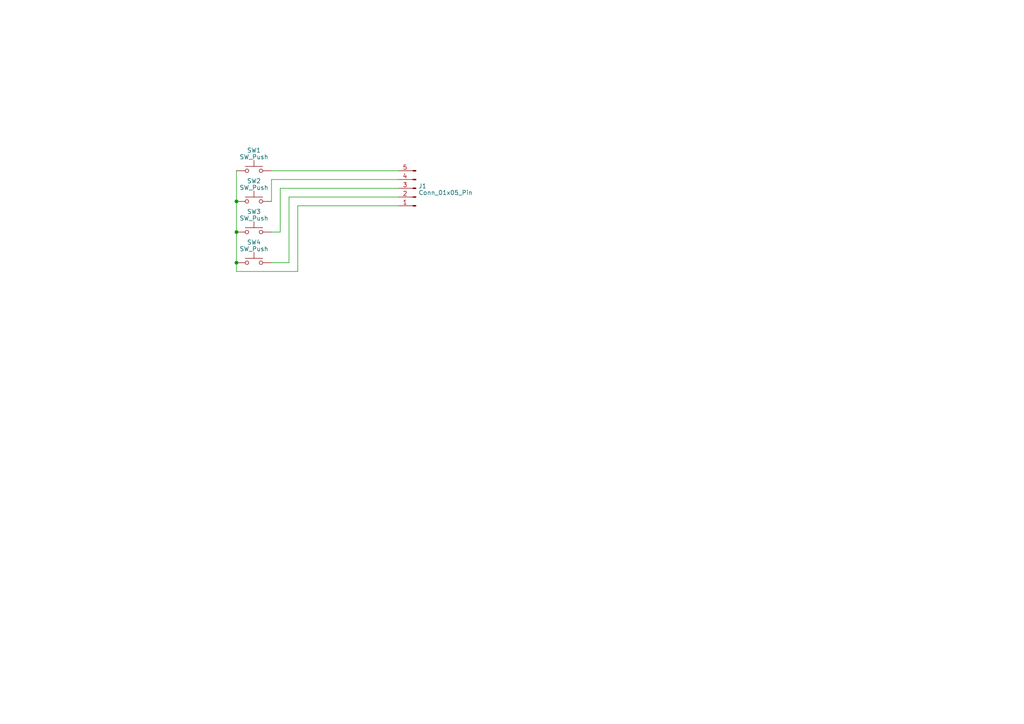
<source format=kicad_sch>
(kicad_sch (version 20230121) (generator eeschema)
  (paper "A4")
  (lib_symbols
    (symbol "Connector:Conn_01x05_Pin" (pin_names (offset 1.016) hide)
      (property "Reference" "J" (at 0 7.62 0))
      (property "Value" "Conn_01x05_Pin" (at 0 -7.62 0))
      (symbol "Conn_01x05_Pin_1_1"
        (polyline (pts (xy 1.27 -5.08) (xy 0.8636 -5.08)) (stroke (width 0.1524)))
        (polyline (pts (xy 1.27 -2.54) (xy 0.8636 -2.54)) (stroke (width 0.1524)))
        (polyline (pts (xy 1.27 0) (xy 0.8636 0)) (stroke (width 0.1524)))
        (polyline (pts (xy 1.27 2.54) (xy 0.8636 2.54)) (stroke (width 0.1524)))
        (polyline (pts (xy 1.27 5.08) (xy 0.8636 5.08)) (stroke (width 0.1524)))
        (rectangle (start 0.8636 -4.953) (end 0 -5.207) (stroke (width 0.1524)) (fill (type outline)))
        (rectangle (start 0.8636 -2.413) (end 0 -2.667) (stroke (width 0.1524)) (fill (type outline)))
        (rectangle (start 0.8636 0.127) (end 0 -0.127) (stroke (width 0.1524)) (fill (type outline)))
        (rectangle (start 0.8636 2.667) (end 0 2.413) (stroke (width 0.1524)) (fill (type outline)))
        (rectangle (start 0.8636 5.207) (end 0 4.953) (stroke (width 0.1524)) (fill (type outline)))
        (pin passive line (at 5.08 5.08 180) (length 3.81) (name "Pin_1") (number "1"))
        (pin passive line (at 5.08 2.54 180) (length 3.81) (name "Pin_2") (number "2"))
        (pin passive line (at 5.08 0 180) (length 3.81) (name "Pin_3") (number "3"))
        (pin passive line (at 5.08 -2.54 180) (length 3.81) (name "Pin_4") (number "4"))
        (pin passive line (at 5.08 -5.08 180) (length 3.81) (name "Pin_5") (number "5"))
      )
    )
    (symbol "Switch:SW_Push" (pin_numbers hide) (pin_names (offset 1.016) hide)
      (property "Reference" "SW" (at 1.27 2.54 0))
      (property "Value" "SW_Push" (at 0 -1.524 0))
      (symbol "SW_Push_0_1"
        (circle (center -2.032 0) (radius 0.508))
        (polyline (pts (xy 0 1.27) (xy 0 3.048)))
        (polyline (pts (xy 2.54 1.27) (xy -2.54 1.27)))
        (circle (center 2.032 0) (radius 0.508))
        (pin passive line (at -5.08 0 0) (length 2.54) (name "1") (number "1"))
        (pin passive line (at 5.08 0 180) (length 2.54) (name "2") (number "2"))
      )
    )
  )
  (junction (at 68.58 58.42))
  (junction (at 68.58 67.31))
  (junction (at 68.58 76.2))
  (wire (pts (xy 68.58 58.42) (xy 68.58 67.31)))
  (wire (pts (xy 83.82 57.15) (xy 115.57 57.15)))
  (wire (pts (xy 68.58 49.53) (xy 68.58 58.42)))
  (wire (pts (xy 68.58 78.74) (xy 86.36 78.74)))
  (wire (pts (xy 81.28 54.61) (xy 115.57 54.61)))
  (wire (pts (xy 78.74 67.31) (xy 81.28 67.31)))
  (wire (pts (xy 78.74 76.2) (xy 83.82 76.2)))
  (wire (pts (xy 78.74 58.42) (xy 78.74 52.07)))
  (wire (pts (xy 86.36 78.74) (xy 86.36 59.69)))
  (wire (pts (xy 83.82 76.2) (xy 83.82 57.15)))
  (wire (pts (xy 81.28 67.31) (xy 81.28 54.61)))
  (wire (pts (xy 68.58 67.31) (xy 68.58 76.2)))
  (wire (pts (xy 68.58 76.2) (xy 68.58 78.74)))
  (wire (pts (xy 78.74 52.07) (xy 115.57 52.07)))
  (wire (pts (xy 86.36 59.69) (xy 115.57 59.69)))
  (wire (pts (xy 78.74 49.53) (xy 115.57 49.53)))
  (symbol (lib_id "Switch:SW_Push") (at 73.66 76.2 0) (unit 1)
    (property "Reference" "SW4" (at 73.66 70.2691 0))
    (property "Value" "SW_Push" (at 73.66 72.1901 0))
    (property "Footprint" "dome-switches:5173_cross_dome" (effects hide))
  )
  (symbol (lib_id "Switch:SW_Push") (at 73.66 67.31 0) (unit 1)
    (property "Reference" "SW3" (at 73.66 61.3791 0))
    (property "Value" "SW_Push" (at 73.66 63.3001 0))
    (property "Footprint" "dome-switches:5173_cross_dome" (effects hide))
  )
  (symbol (lib_id "Switch:SW_Push") (at 73.66 58.42 0) (unit 1)
    (property "Reference" "SW2" (at 73.66 52.4891 0))
    (property "Value" "SW_Push" (at 73.66 54.4101 0))
    (property "Footprint" "dome-switches:5173_cross_dome" (effects hide))
  )
  (symbol (lib_id "Connector:Conn_01x05_Pin") (at 120.65 54.61 180) (unit 1)
    (property "Reference" "J1" (at 121.3612 53.9663 0) (effects (justify right)))
    (property "Value" "Conn_01x05_Pin" (at 121.3612 55.8873 0) (effects (justify right)))
    (property "Footprint" "Connector_PinHeader_2.54mm:PinHeader_1x05_P2.54mm_Vertical" (effects hide))
  )
  (symbol (lib_id "Switch:SW_Push") (at 73.66 49.53 0) (unit 1)
    (property "Reference" "SW1" (at 73.66 43.5991 0))
    (property "Value" "SW_Push" (at 73.66 45.5201 0))
    (property "Footprint" "dome-switches:5173_cross_dome" (effects hide))
  )
)
</source>
